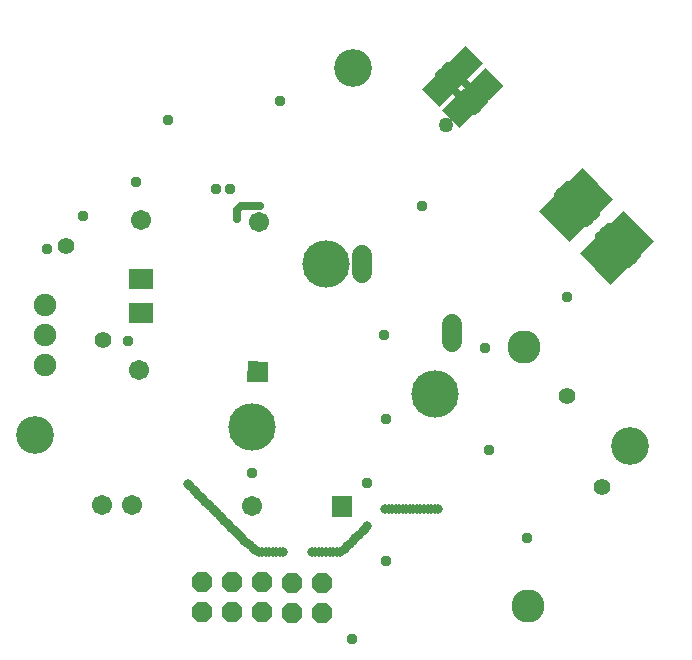
<source format=gbr>
G04 EAGLE Gerber RS-274X export*
G75*
%MOMM*%
%FSLAX34Y34*%
%LPD*%
%INSoldermask Bottom*%
%IPPOS*%
%AMOC8*
5,1,8,0,0,1.08239X$1,22.5*%
G01*
%ADD10C,0.803200*%
%ADD11C,0.703200*%
%ADD12R,1.711200X1.711200*%
%ADD13C,1.711200*%
%ADD14R,2.006200X1.803200*%
%ADD15C,1.903200*%
%ADD16C,4.013200*%
%ADD17C,1.411200*%
%ADD18C,1.727200*%
%ADD19C,2.803200*%
%ADD20R,2.103200X5.203200*%
%ADD21R,3.703200X5.203200*%
%ADD22P,1.869504X8X381.800000*%
%ADD23C,3.203200*%
%ADD24C,0.959600*%
%ADD25C,1.259600*%


D10*
X-82013Y-130446D03*
X-80013Y-132446D03*
X-78013Y-134446D03*
X-76013Y-136446D03*
X-74013Y-138446D03*
X-72013Y-140446D03*
X-70013Y-142446D03*
X-68013Y-144446D03*
X-66013Y-146446D03*
X-64013Y-148446D03*
X-62013Y-150446D03*
X-60013Y-152446D03*
X-58733Y-153476D03*
X-57013Y-155446D03*
X-55013Y-157446D03*
X-53013Y-159446D03*
X-51013Y-161446D03*
X-48013Y-163446D03*
X-46013Y-165446D03*
X-44013Y-167446D03*
X-41013Y-169446D03*
X-38013Y-169446D03*
X-35013Y-169446D03*
X-32013Y-169446D03*
X-29013Y-169446D03*
X-26013Y-169446D03*
X-23013Y-169446D03*
X-20013Y-169446D03*
X3987Y-169446D03*
X6987Y-169446D03*
X9987Y-169446D03*
X12987Y-169446D03*
X15987Y-169446D03*
X18987Y-169446D03*
X21987Y-169446D03*
X24987Y-169446D03*
X27987Y-169446D03*
X31987Y-166446D03*
X33987Y-164446D03*
X35987Y-162446D03*
X38987Y-159446D03*
X40987Y-157446D03*
X43987Y-154446D03*
X46987Y-151446D03*
X48987Y-149446D03*
X50987Y-147446D03*
X-101013Y-111446D03*
X-99013Y-113446D03*
X-96013Y-116446D03*
X-94013Y-118446D03*
X-92013Y-120446D03*
X-90013Y-122446D03*
X-88013Y-124446D03*
X-86013Y-126446D03*
X-84013Y-128446D03*
D11*
X247527Y98364D03*
X249527Y96364D03*
X251527Y94364D03*
X253527Y92364D03*
X255527Y90364D03*
X257527Y88364D03*
X259527Y86364D03*
X249527Y100364D03*
X251527Y102364D03*
X253527Y104364D03*
X255527Y106364D03*
X257527Y104364D03*
X259527Y102364D03*
X261527Y100364D03*
X263527Y98364D03*
X265527Y96364D03*
X267527Y94364D03*
X269527Y92364D03*
X271527Y90364D03*
X273527Y88364D03*
X275527Y86364D03*
X277527Y84364D03*
X279527Y82364D03*
X261527Y84364D03*
X263527Y82364D03*
X265527Y80364D03*
X267527Y78364D03*
X269527Y76364D03*
X271527Y74364D03*
X273527Y76364D03*
X275527Y78364D03*
X277527Y80364D03*
X212527Y133364D03*
X214527Y131364D03*
X216527Y129364D03*
X218527Y127364D03*
X220527Y125364D03*
X222527Y123364D03*
X224527Y121364D03*
X214527Y135364D03*
X216527Y137364D03*
X218527Y139364D03*
X220527Y141364D03*
X222527Y139364D03*
X224527Y137364D03*
X226527Y135364D03*
X228527Y133364D03*
X230527Y131364D03*
X232527Y129364D03*
X234527Y127364D03*
X236527Y125364D03*
X238527Y123364D03*
X240527Y121364D03*
X242527Y119364D03*
X244527Y117364D03*
X226527Y119364D03*
X228527Y117364D03*
X230527Y115364D03*
X232527Y113364D03*
X234527Y111364D03*
X236527Y109364D03*
X238527Y111364D03*
X240527Y113364D03*
X242527Y115364D03*
X111527Y234364D03*
X113527Y232364D03*
X115527Y230364D03*
X117527Y228364D03*
X119527Y226364D03*
X121527Y224364D03*
X129527Y216364D03*
X113527Y236364D03*
X115527Y238364D03*
X117527Y240364D03*
X119527Y242364D03*
X121527Y240364D03*
X123527Y238364D03*
X125527Y236364D03*
X133527Y228364D03*
X135527Y226364D03*
X137527Y224364D03*
X139527Y222364D03*
X141527Y220364D03*
X143527Y218364D03*
X145527Y216364D03*
X147527Y214364D03*
X149527Y212364D03*
X131527Y214364D03*
X133527Y212364D03*
X135527Y210364D03*
X137527Y208364D03*
X139527Y206364D03*
X141527Y204364D03*
X143527Y206364D03*
X145527Y208364D03*
X147527Y210364D03*
X123317Y222504D03*
X125857Y219964D03*
X128397Y217424D03*
X126987Y234554D03*
X128987Y232554D03*
X130987Y230554D03*
D10*
X65987Y-132446D03*
X68987Y-132446D03*
X71987Y-132446D03*
X74987Y-132446D03*
X77987Y-132446D03*
X80987Y-132446D03*
X83987Y-132446D03*
X86987Y-132446D03*
X89987Y-132446D03*
X92987Y-132446D03*
X95987Y-132446D03*
X98987Y-132446D03*
X101987Y-132446D03*
X104987Y-132446D03*
X107987Y-132446D03*
X110987Y-132446D03*
D11*
X-59013Y112824D03*
X-59013Y114824D03*
X-59013Y116824D03*
X-59013Y118824D03*
X-59013Y120824D03*
X-58013Y121824D03*
X-57013Y122824D03*
X-56013Y123824D03*
X-54013Y123824D03*
X-52013Y123824D03*
X-50013Y123824D03*
X-48013Y123824D03*
X-46013Y123824D03*
X-44013Y123824D03*
X-42013Y123824D03*
X-40013Y123824D03*
D12*
G36*
X-50426Y-7681D02*
X-33316Y-7861D01*
X-33496Y-24971D01*
X-50606Y-24791D01*
X-50426Y-7681D01*
G37*
D13*
X-141955Y-15279D03*
X-40631Y110667D03*
X-140625Y111714D03*
D14*
X-140953Y33544D03*
X-140953Y61984D03*
D15*
X-221990Y-10786D03*
X-221902Y14614D03*
X-221813Y40014D03*
D13*
X-173875Y-129526D03*
X-148475Y-129659D03*
X-46877Y-130191D03*
D12*
G36*
X37833Y-139190D02*
X20722Y-139101D01*
X20811Y-121990D01*
X37922Y-122079D01*
X37833Y-139190D01*
G37*
D16*
X107987Y-35446D03*
X15987Y74554D03*
X-47013Y-63446D03*
D17*
X-204013Y89554D03*
X-173013Y10554D03*
X219987Y-37446D03*
X249987Y-114446D03*
D18*
X122687Y8418D02*
X122687Y23658D01*
X46487Y66838D02*
X46487Y82078D01*
D19*
X186787Y-214682D03*
X183347Y4290D03*
D20*
G36*
X111534Y207721D02*
X96951Y222875D01*
X134442Y258953D01*
X149025Y243799D01*
X111534Y207721D01*
G37*
G36*
X128869Y189707D02*
X114286Y204861D01*
X151777Y240939D01*
X166360Y225785D01*
X128869Y189707D01*
G37*
D21*
G36*
X221786Y93153D02*
X196108Y119837D01*
X233598Y155915D01*
X259276Y129231D01*
X221786Y93153D01*
G37*
G36*
X256456Y57125D02*
X230778Y83809D01*
X268268Y119887D01*
X293946Y93203D01*
X256456Y57125D01*
G37*
D22*
X-88964Y-219524D03*
X-88654Y-194126D03*
X-63566Y-219835D03*
X-63256Y-194437D03*
X-38168Y-220145D03*
X-37858Y-194747D03*
X-12770Y-220455D03*
X-12460Y-195057D03*
X12628Y-220766D03*
X12938Y-195368D03*
D23*
X-230013Y-70446D03*
X38987Y240554D03*
X272987Y-79446D03*
D24*
X185987Y-157446D03*
X-77061Y138524D03*
X-64925Y138524D03*
X-189793Y115334D03*
X-220434Y87047D03*
X-144653Y144084D03*
X50987Y-110446D03*
X-23013Y212554D03*
X-118013Y196554D03*
X126987Y201554D03*
X152987Y228554D03*
X37987Y-242446D03*
D25*
X117650Y192084D03*
D24*
X66802Y-176403D03*
X96987Y123554D03*
X-152013Y9554D03*
X-47013Y-102446D03*
X66987Y-56446D03*
X64987Y14554D03*
X150987Y3554D03*
X219987Y46554D03*
X153987Y-82446D03*
M02*

</source>
